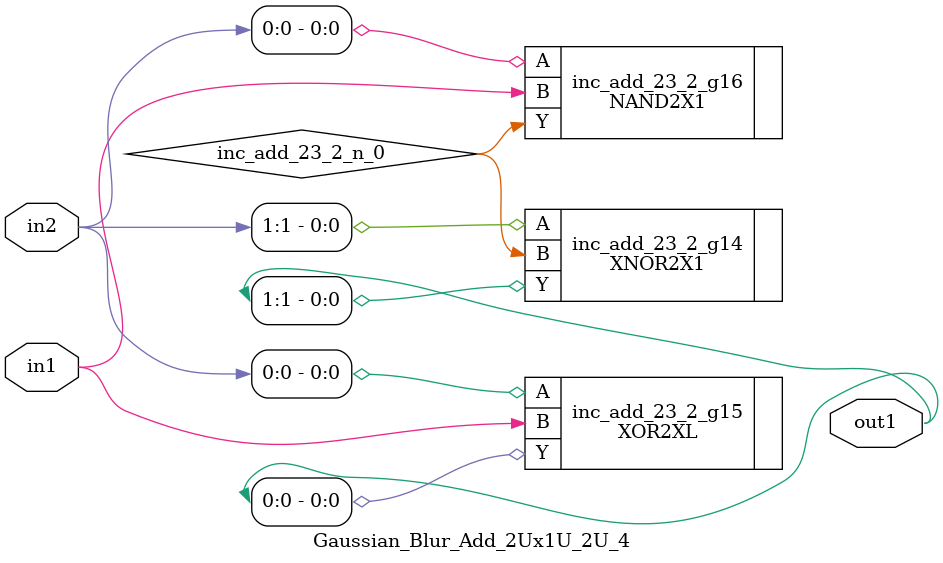
<source format=v>
`timescale 1ps / 1ps


module Gaussian_Blur_Add_2Ux1U_2U_4(in2, in1, out1);
  input [1:0] in2;
  input in1;
  output [1:0] out1;
  wire [1:0] in2;
  wire in1;
  wire [1:0] out1;
  wire inc_add_23_2_n_0;
  XNOR2X1 inc_add_23_2_g14(.A (in2[1]), .B (inc_add_23_2_n_0), .Y
       (out1[1]));
  XOR2XL inc_add_23_2_g15(.A (in2[0]), .B (in1), .Y (out1[0]));
  NAND2X1 inc_add_23_2_g16(.A (in2[0]), .B (in1), .Y
       (inc_add_23_2_n_0));
endmodule


</source>
